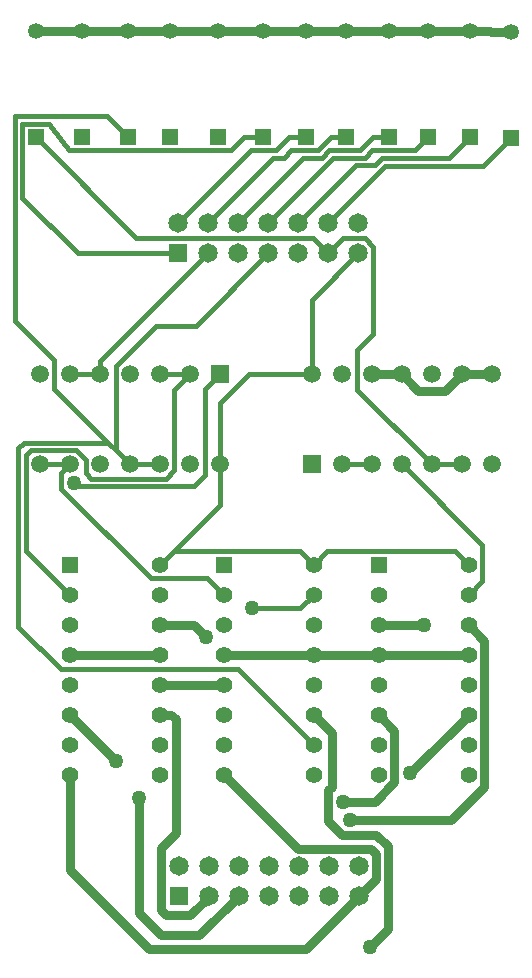
<source format=gbr>
%TF.GenerationSoftware,Altium Limited,Altium Designer,22.9.1 (49)*%
G04 Layer_Physical_Order=2*
G04 Layer_Color=16711680*
%FSLAX45Y45*%
%MOMM*%
%TF.SameCoordinates,4BB515F2-1930-42CC-84AD-66DDC1B42358*%
%TF.FilePolarity,Positive*%
%TF.FileFunction,Copper,L2,Bot,Signal*%
%TF.Part,Single*%
G01*
G75*
%TA.AperFunction,Conductor*%
%ADD10C,0.76200*%
%ADD11C,0.38100*%
%TA.AperFunction,ComponentPad*%
%ADD12R,1.50000X1.50000*%
%ADD13C,1.50000*%
%ADD14R,1.40000X1.40000*%
%ADD15C,1.40000*%
%ADD16C,1.35000*%
%ADD17R,1.35000X1.35000*%
%ADD18C,1.65000*%
%ADD19R,1.65000X1.65000*%
%TA.AperFunction,ViaPad*%
%ADD20C,1.27000*%
D10*
X6312784Y9017000D02*
X6452484Y8877300D01*
X6681084D01*
X6820784Y9017000D01*
X3505200Y6134100D02*
X3896360Y5742940D01*
X4554220Y6896100D02*
X4655820Y6794500D01*
X4267200Y6896100D02*
X4554220D01*
X6042660Y4165600D02*
X6194892Y4317832D01*
Y5019208D01*
X6096000Y5118100D02*
X6194892Y5019208D01*
X5805170Y5118100D02*
X6096000D01*
X5692140Y5231130D02*
X5805170Y5118100D01*
X5692140Y5231130D02*
Y5497952D01*
X5718688Y5524500D01*
Y5981700D01*
X5566288Y6134100D02*
X5718688Y5981700D01*
X6116940Y6896100D02*
X6499860D01*
X6116940Y6134100D02*
X6250940Y6000100D01*
Y5565140D02*
Y6000100D01*
X6083300Y5397500D02*
X6250940Y5565140D01*
X5819140Y5397500D02*
X6083300D01*
X6385560Y5640720D02*
X6878940Y6134100D01*
Y6896100D02*
X7012940Y6762100D01*
Y5524500D02*
Y6762100D01*
X6733540Y5245100D02*
X7012940Y5524500D01*
X5875020Y5245100D02*
X6733540D01*
X4599955Y4264660D02*
X4931288Y4595993D01*
X4274820Y4264660D02*
X4599955D01*
X4086860Y4452620D02*
X4274820Y4264660D01*
X4086860Y4452620D02*
Y5427980D01*
X4804288Y5626100D02*
X5434208Y4996180D01*
X6050112D01*
X6093292Y4953000D01*
Y4741997D02*
Y4953000D01*
X5947288Y4595993D02*
X6093292Y4741997D01*
X3505200Y4818375D02*
Y5626100D01*
Y4818375D02*
X4173215Y4150360D01*
X5501655D01*
X5947288Y4595993D01*
X4267200Y6134100D02*
X4363720D01*
X4401820Y6096000D01*
Y5135880D02*
Y6096000D01*
X4274820Y5008880D02*
X4401820Y5135880D01*
X4274820Y4476750D02*
Y5008880D01*
Y4476750D02*
X4314261Y4437309D01*
X4521388D01*
X4677288Y4593209D01*
Y4595993D01*
X6820784Y9017000D02*
X7074784D01*
X6058784D02*
X6312784D01*
X3213705Y11923603D02*
X3608294D01*
X3996192D01*
X4353789D01*
X4756882D01*
X5137389D01*
X5502311D01*
X5844860D01*
X7066879Y11917924D02*
X7242449D01*
X7061200Y11923603D02*
X7066879Y11917924D01*
X6888800Y11923603D02*
X7061200D01*
X5844860D02*
X6203432D01*
X6538661D02*
X6888800D01*
X6203432D02*
X6538661D01*
X6116940Y6642100D02*
X6878940D01*
X5566288D02*
X6116940D01*
X4804288D02*
X5566288D01*
X3505200D02*
X4267200D01*
Y6388100D02*
X4804288D01*
D11*
X4384040Y7520940D02*
X4775200Y7912100D01*
X4267200Y7404100D02*
X4384040Y7520940D01*
X3502660Y8252460D02*
X3505200Y8255000D01*
X3432068Y8181868D02*
X3502660Y8252460D01*
X3830249Y8437951D02*
X3891280Y8376920D01*
X3373120Y8895080D02*
X3830249Y8437951D01*
X5566288Y7404100D02*
X5683128Y7520940D01*
X6762100D01*
X6878940Y7404100D01*
X5449448Y7520940D02*
X5566288Y7404100D01*
X4384040Y7520940D02*
X5449448D01*
X4980788Y11023600D02*
X5137389D01*
X4868835Y10911647D02*
X4980788Y11023600D01*
X3495040Y10911647D02*
X4868835D01*
X3327400Y11135553D02*
X3495040Y10911647D01*
X3101751Y11135553D02*
X3327400D01*
X3101751Y10512649D02*
Y11135553D01*
Y10512649D02*
X3571692Y10042708D01*
X4421856D01*
X4389120Y8884920D02*
X4521200Y9017000D01*
X4389120Y8204200D02*
Y8884920D01*
X4318000Y8133080D02*
X4389120Y8204200D01*
X3683000Y8133080D02*
X4318000D01*
X3637280Y8178800D02*
X3683000Y8133080D01*
X3637280Y8178800D02*
Y8293171D01*
X3556000Y8374451D02*
X3637280Y8293171D01*
X3175000Y8374451D02*
X3556000D01*
X3131749Y8331200D02*
X3175000Y8374451D01*
X3131749Y7523551D02*
Y8331200D01*
Y7523551D02*
X3505200Y7150100D01*
X5362133Y11023600D02*
X5502311D01*
X5250180Y10911647D02*
X5362133Y11023600D01*
X5036795Y10911647D02*
X5250180D01*
X4421856Y10296708D02*
X5036795Y10911647D01*
X5715000Y11023600D02*
X5844860D01*
X5603047Y10911647D02*
X5715000Y11023600D01*
X5376342Y10911647D02*
X5603047D01*
X5312842Y10848147D02*
X5376342Y10911647D01*
X5227295Y10848147D02*
X5312842D01*
X4675856Y10296708D02*
X5227295Y10848147D01*
X3432068Y8046192D02*
Y8181868D01*
Y8046192D02*
X4191000Y7287260D01*
X4667128D01*
X4804288Y7150100D01*
X3820739Y11199053D02*
X3996192Y11023600D01*
X3038251Y11199053D02*
X3820739D01*
X3038251Y9471249D02*
Y11199053D01*
Y9471249D02*
X3373120Y9136380D01*
Y8895080D02*
Y9136380D01*
X5183856Y10296708D02*
X5735295Y10848147D01*
X6000750D01*
X6064250Y10911647D01*
X6426708D01*
X6538661Y11023600D01*
X6713347Y10848147D02*
X6888800Y11023600D01*
X6147313Y10848147D02*
X6713347D01*
X6083813Y10784647D02*
X6147313Y10848147D01*
X5925795Y10784647D02*
X6083813D01*
X5437856Y10296708D02*
X5925795Y10784647D01*
X5938520Y8883264D02*
X6566784Y8255000D01*
X5938520Y8883264D02*
Y9220200D01*
X6073140Y9354820D01*
Y10096500D01*
X5999932Y10169708D02*
X6073140Y10096500D01*
X5818856Y10169708D02*
X5999932D01*
X5691856Y10042708D02*
X5818856Y10169708D01*
X7001652Y10777123D02*
X7242449Y11017921D01*
X6172271Y10777123D02*
X7001652D01*
X5691856Y10296708D02*
X6172271Y10777123D01*
X5449448Y7033260D02*
X5566288Y7150100D01*
X5048128Y7033260D02*
X5449448D01*
X6312784Y8255000D02*
X6995160Y7572624D01*
Y7266320D02*
Y7572624D01*
X6878940Y7150100D02*
X6995160Y7266320D01*
X4648200Y8890000D02*
X4775200Y9017000D01*
X4648200Y8163560D02*
Y8890000D01*
X4554220Y8069580D02*
X4648200Y8163560D01*
X3563620Y8069580D02*
X4554220D01*
X3540760Y8092440D02*
X3563620Y8069580D01*
X3111500Y8437951D02*
X3830249D01*
X3068249Y8394700D02*
X3111500Y8437951D01*
X3068249Y6878391D02*
Y8394700D01*
Y6878391D02*
X3429000Y6517640D01*
X4928748D01*
X5566288Y5880100D01*
X3251200Y8255000D02*
X3253740Y8252460D01*
X3502660D01*
X5564810Y10169754D02*
X5691856Y10042708D01*
X4067551Y10169754D02*
X5564810D01*
X3213705Y11023600D02*
X4067551Y10169754D01*
X3891280Y8376920D02*
X4013200Y8255000D01*
X3891280Y8376920D02*
Y9083040D01*
X4236720Y9428480D01*
X4569628D01*
X5183856Y10042708D01*
X3759200Y9126052D02*
X4675856Y10042708D01*
X3759200Y9017000D02*
Y9126052D01*
X4775200Y7912100D02*
Y8255000D01*
X5550784Y9017000D02*
Y9647636D01*
X5945856Y10042708D01*
X4929856Y10296708D02*
X5481295Y10848147D01*
X5634330D01*
X5697830Y10911647D01*
X5956813D01*
X6068766Y11023600D01*
X6203432D01*
X4775200Y8255000D02*
Y8773160D01*
X5019040Y9017000D01*
X5550784D01*
X4267200D02*
X4521200D01*
X3505200D02*
X3759200D01*
X4013200Y8255000D02*
X4267200D01*
X5804784D02*
X6058784D01*
X6566784D02*
X6820784D01*
D12*
X5550784D02*
D03*
X4775200Y9017000D02*
D03*
D13*
X5804784Y8255000D02*
D03*
X6058784D02*
D03*
X6312784D02*
D03*
X6566784D02*
D03*
X6820784D02*
D03*
X7074784D02*
D03*
X5550784Y9017000D02*
D03*
X5804784D02*
D03*
X6058784D02*
D03*
X6312784D02*
D03*
X6566784D02*
D03*
X6820784D02*
D03*
X7074784D02*
D03*
X4521200D02*
D03*
X4267200D02*
D03*
X4013200D02*
D03*
X3759200D02*
D03*
X3505200D02*
D03*
X3251200D02*
D03*
X4775200Y8255000D02*
D03*
X4521200D02*
D03*
X4267200D02*
D03*
X4013200D02*
D03*
X3759200D02*
D03*
X3505200D02*
D03*
X3251200D02*
D03*
D14*
X6116940Y7404100D02*
D03*
X4804288D02*
D03*
X3505200D02*
D03*
D15*
X6116940Y7150100D02*
D03*
Y6896100D02*
D03*
Y6642100D02*
D03*
Y6388100D02*
D03*
Y6134100D02*
D03*
Y5880100D02*
D03*
Y5626100D02*
D03*
X6878940Y7404100D02*
D03*
Y7150100D02*
D03*
Y6896100D02*
D03*
Y6642100D02*
D03*
Y6388100D02*
D03*
Y6134100D02*
D03*
Y5880100D02*
D03*
Y5626100D02*
D03*
X4804288Y7150100D02*
D03*
Y6896100D02*
D03*
Y6642100D02*
D03*
Y6388100D02*
D03*
Y6134100D02*
D03*
Y5880100D02*
D03*
Y5626100D02*
D03*
X5566288Y7404100D02*
D03*
Y7150100D02*
D03*
Y6896100D02*
D03*
Y6642100D02*
D03*
Y6388100D02*
D03*
Y6134100D02*
D03*
Y5880100D02*
D03*
Y5626100D02*
D03*
X3505200Y7150100D02*
D03*
Y6896100D02*
D03*
Y6642100D02*
D03*
Y6388100D02*
D03*
Y6134100D02*
D03*
Y5880100D02*
D03*
Y5626100D02*
D03*
X4267200Y7404100D02*
D03*
Y7150100D02*
D03*
Y6896100D02*
D03*
Y6642100D02*
D03*
Y6388100D02*
D03*
Y6134100D02*
D03*
Y5880100D02*
D03*
Y5626100D02*
D03*
D16*
X7242449Y11917924D02*
D03*
X3213705Y11923603D02*
D03*
X6888800D02*
D03*
X3608294D02*
D03*
X6538661D02*
D03*
X3996192D02*
D03*
X6203432D02*
D03*
X4353789D02*
D03*
X5844860D02*
D03*
X4756882D02*
D03*
X5502311D02*
D03*
X5137389D02*
D03*
D17*
X7242449Y11017921D02*
D03*
X3213705Y11023600D02*
D03*
X6888800D02*
D03*
X3608294D02*
D03*
X6538661D02*
D03*
X3996192D02*
D03*
X6203432D02*
D03*
X4353789D02*
D03*
X5844860D02*
D03*
X4756882D02*
D03*
X5502311D02*
D03*
X5137389D02*
D03*
D18*
X5185288Y4849993D02*
D03*
Y4595993D02*
D03*
X4931288Y4849993D02*
D03*
Y4595993D02*
D03*
X4423288Y4849993D02*
D03*
X4677288Y4595993D02*
D03*
Y4849993D02*
D03*
X5439288Y4595993D02*
D03*
Y4849993D02*
D03*
X5693288Y4595993D02*
D03*
X5947288D02*
D03*
X5693288Y4849993D02*
D03*
X5947288D02*
D03*
X5183856Y10296708D02*
D03*
Y10042708D02*
D03*
X4929856Y10296708D02*
D03*
Y10042708D02*
D03*
X4421856Y10296708D02*
D03*
X4675856Y10042708D02*
D03*
Y10296708D02*
D03*
X5437856Y10042708D02*
D03*
Y10296708D02*
D03*
X5691856Y10042708D02*
D03*
X5945856D02*
D03*
X5691856Y10296708D02*
D03*
X5945856D02*
D03*
D19*
X4423288Y4595993D02*
D03*
X4421856Y10042708D02*
D03*
D20*
X3896360Y5742940D02*
D03*
X4655820Y6794500D02*
D03*
X6042660Y4165600D02*
D03*
X6499860Y6896100D02*
D03*
X5819140Y5397500D02*
D03*
X6385560Y5640720D02*
D03*
X5048128Y7033260D02*
D03*
X3540760Y8092440D02*
D03*
X5875020Y5245100D02*
D03*
X4086860Y5427980D02*
D03*
%TF.MD5,c705299c33eb264a6021469803afeec6*%
M02*

</source>
